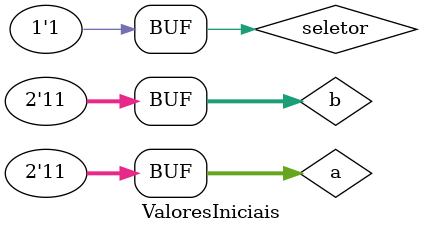
<source format=v>

module maior(output s0, input a0, a1, b0, b1);

    assign s0 =(a0&~b1&~b0)|(~a0&a1&~b1)|(a0&a1&~b0)|(a1&b0&~b1);

endmodule

module menor(output s0, input a0, a1, b0, b1);

    assign s0 = (~a0&~a1&b0)|(~a0&b0&b1)|(~a1&~b0&b1)|(a0&~a1&b1);

endmodule

module MUX(output s0, input x,y, seletor);
    wire  notseletor, sa1, sa2;
    
    
    not NOT1 (notseletor, seletor);
    and AND1(sa1, x, seletor);
    and AND2(sa2, y, notseletor);
    or OR1  (s0, sa1, sa2);
    
endmodule    

module COMPARADOR(output s0, input a0, a1, b0, b1, seletor);
    wire s1, s2;
    
      maior MAIOR1(s1,a0,a1,b0,b1);
      menor MENOR1(s2,a0,a1,b0,b1);
      MUX MUX1(s0,s1,s2,seletor);
    
endmodule
    
module ValoresIniciais;

reg [1:0] a, b;
reg seletor;
wire s0;

COMPARADOR COMP (s0, a[0], a[1], b[0], b[1], seletor);
initial
begin : start

	a = 2'bxx;
	b = 2'bxx;
	seletor = 1'bx;

end

initial
begin : main

	$display("Exemplo_0707 - Larissa Gomes - 650525");
	$display("Expressoes booleanas");
	
	#1 a = 00; b = 00; seletor = 0;
	$display("seletor   a   b   =  s0  ");
    $monitor("%2B        %2b  %2b  = %2b ",seletor, a, b, s0);
		
    #1 a = 00; b = 01; seletor = 0;
    #1 a = 00; b = 10; seletor = 0;
    #1 a = 00; b = 11; seletor = 0;
    
    #1 a = 01; b = 00; seletor = 0;
    #1 a = 01; b = 01; seletor = 0;
    #1 a = 01; b = 10; seletor = 0;
    #1 a = 01; b = 11; seletor = 0;
    
    #1 a = 10; b = 00; seletor = 0;
    #1 a = 10; b = 01; seletor = 0;
    #1 a = 10; b = 10; seletor = 0;
    #1 a = 10; b = 11; seletor = 0;
    
    #1 a = 11; b = 00; seletor = 0;
    #1 a = 11; b = 01; seletor = 0;
    #1 a = 11; b = 10; seletor = 0;
    #1 a = 11; b = 11; seletor = 0;
    
	#1 a = 00; b = 00; seletor = 1;
    #1 a = 00; b = 01; seletor = 1;
    #1 a = 00; b = 10; seletor = 1;
    #1 a = 00; b = 11; seletor = 1;
        
    #1 a = 01; b = 00; seletor = 1;
    #1 a = 01; b = 01; seletor = 1;
    #1 a = 01; b = 10; seletor = 1;
    #1 a = 01; b = 11; seletor = 1;
    
    #1 a = 10; b = 00; seletor = 1;
    #1 a = 10; b = 01; seletor = 1;
    #1 a = 10; b = 10; seletor = 1;
    #1 a = 10; b = 11; seletor = 1;
    
    #1 a = 11; b = 00; seletor = 1;
    #1 a = 11; b = 01; seletor = 1;
    #1 a = 11; b = 10; seletor = 1;
    #1 a = 11; b = 11; seletor = 1;
    
end
endmodule
</source>
